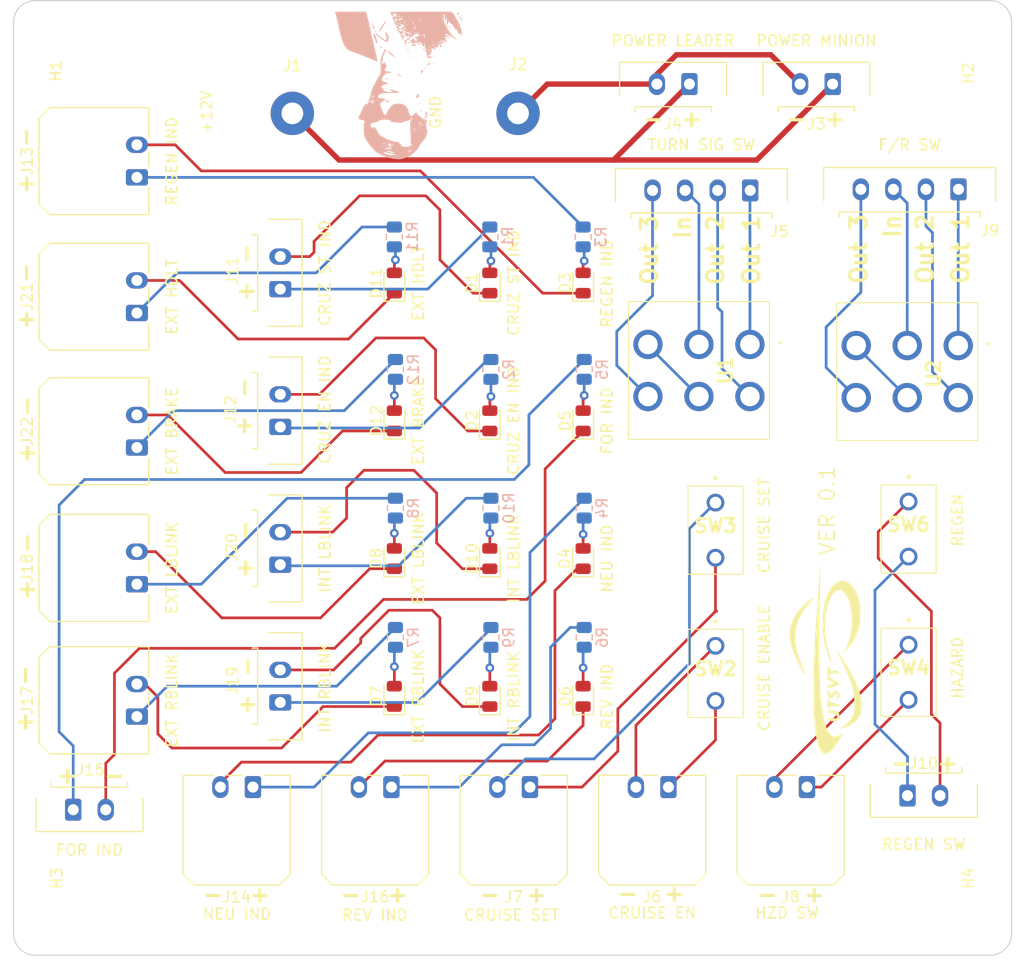
<source format=kicad_pcb>
(kicad_pcb (version 20211014) (generator pcbnew)
  (layers (0 "F.Cu" signal) (31 "B.Cu" signal) (34 "B.Paste" user) (35 "F.Paste" user) (36 "B.SilkS" user "B.Silkscreen") (37 "F.SilkS" user "F.Silkscreen") (38 "B.Mask" user) (39 "F.Mask" user) (44 "Edge.Cuts" user))
  (net 0 "")
  (net 1 "Net-(D1-Pad1)")
  (net 2 "Net-(D1-Pad2)")
  (net 3 "Net-(D2-Pad1)")
  (net 4 "Net-(D2-Pad2)")
  (net 5 "Net-(D3-Pad1)")
  (net 6 "Net-(D3-Pad2)")
  (net 7 "Net-(D4-Pad1)")
  (net 8 "Net-(D4-Pad2)")
  (net 9 "Net-(D5-Pad1)")
  (net 10 "Net-(D5-Pad2)")
  (net 11 "Net-(D6-Pad1)")
  (net 12 "Net-(D6-Pad2)")
  (net 13 "Net-(D7-Pad1)")
  (net 14 "Net-(D7-Pad2)")
  (net 15 "Net-(D8-Pad1)")
  (net 16 "Net-(D8-Pad2)")
  (net 17 "Net-(D9-Pad1)")
  (net 18 "Net-(D9-Pad2)")
  (net 19 "Net-(D10-Pad1)")
  (net 20 "Net-(D10-Pad2)")
  (net 21 "Net-(D11-Pad1)")
  (net 22 "Net-(D11-Pad2)")
  (net 23 "Net-(D12-Pad1)")
  (net 24 "Net-(D12-Pad2)")
  (net 25 "Net-(J1-Pad1)")
  (net 26 "Net-(J2-Pad1)")
  (net 27 "Net-(J5-Pad1)")
  (net 28 "Net-(J5-Pad2)")
  (net 29 "Net-(J5-Pad3)")
  (net 30 "Net-(J5-Pad4)")
  (net 31 "Net-(J6-Pad1)")
  (net 32 "Net-(J6-Pad2)")
  (net 33 "Net-(J7-Pad1)")
  (net 34 "Net-(J7-Pad2)")
  (net 35 "Net-(J8-Pad1)")
  (net 36 "Net-(J8-Pad2)")
  (net 37 "Net-(J9-Pad1)")
  (net 38 "Net-(J9-Pad2)")
  (net 39 "Net-(J9-Pad3)")
  (net 40 "Net-(J9-Pad4)")
  (net 41 "Net-(J10-Pad1)")
  (net 42 "Net-(J10-Pad2)")
  (net 43 "Net-(J11-Pad1)")
  (net 44 "Net-(J12-Pad1)")
  (net 45 "Net-(J13-Pad1)")
  (net 46 "Net-(J14-Pad1)")
  (net 47 "Net-(J15-Pad1)")
  (net 48 "Net-(J16-Pad1)")
  (net 49 "Net-(J17-Pad1)")
  (net 50 "Net-(J18-Pad1)")
  (net 51 "Net-(J19-Pad1)")
  (net 52 "Net-(J20-Pad1)")
  (net 53 "Net-(J21-Pad1)")
  (net 54 "Net-(J22-Pad1)")
  (net 55 "Net-(U1-Pad3)")
  (net 56 "Net-(U2-Pad3)")
  (footprint "Connector_Molex:Molex_Micro-Fit_3.0_43650-0200_1x02_P3.00mm_Horizontal" (layer "F.Cu") (at 110.93667 87.03 90)
    (fp_text reference "J21")
    (fp_text value "EXT HDLT")
  )
  (footprint "UTSVT_Special:UTSVT_Logo_Symbol" (layer "F.Cu") (at 174.56667 119.23 90)
    (fp_text reference "LOGO1" hide)
    (fp_text value "Logo_Placeholder" hide)
  )
  (footprint "Connector_Molex:Molex_Micro-Fit_3.0_43650-0215_1x02_P3.00mm_Vertical" (layer "F.Cu") (at 124.15167 110.23 90)
    (fp_text reference "J20")
    (fp_text value "INT LBLINK")
  )
  (footprint "LED_SMD:LED_0805_2012Metric" (layer "F.Cu") (at 134.66667 96.9675 90)
    (fp_text reference "D12")
    (fp_text value "EXT BRAKE")
  )
  (footprint "MountingHole:MountingHole_3mm" (layer "F.Cu") (at 103.46667 62.03)
    (fp_text reference "H1")
    (fp_text value "MountingHole")
  )
  (footprint "Connector_Molex:Molex_Micro-Fit_3.0_43650-0415_1x04_P3.00mm_Vertical" (layer "F.Cu") (at 167.46667 75.73 180)
    (fp_text reference "J5")
    (fp_text value "TURN SIG SW")
  )
  (footprint "UTSVT_Special:2MS6T1B3M2QES" (layer "F.Cu") (at 182.06667 117.6075 180)
    (fp_text reference "SW4")
    (fp_text value "SW_SPST" hide)
  )
  (footprint "LED_SMD:LED_0805_2012Metric" (layer "F.Cu") (at 152.06667 122.3675 90)
    (fp_text reference "D6")
    (fp_text value "REV IND")
  )
  (footprint "Connector_Molex:Molex_Micro-Fit_3.0_43650-0200_1x02_P3.00mm_Horizontal" (layer "F.Cu") (at 159.933334 130.73 180)
    (fp_text reference "J6")
    (fp_text value "CRUISE EN")
  )
  (footprint "Connector_Molex:Molex_Micro-Fit_3.0_43650-0215_1x02_P3.00mm_Vertical" (layer "F.Cu") (at 161.86667 65.93 180)
    (fp_text reference "J4")
    (fp_text value "POWER LEADER")
  )
  (footprint "Connector_Molex:Molex_Micro-Fit_3.0_43650-0215_1x02_P3.00mm_Vertical" (layer "F.Cu") (at 124.15167 122.93 90)
    (fp_text reference "J19")
    (fp_text value "INT RBLINK")
  )
  (footprint "Connector_Molex:Molex_Micro-Fit_3.0_43650-0200_1x02_P3.00mm_Horizontal" (layer "F.Cu") (at 110.93667 99.43 90)
    (fp_text reference "J22")
    (fp_text value "EXT BRAKE")
  )
  (footprint "Connector_Molex:Molex_Micro-Fit_3.0_43650-0200_1x02_P3.00mm_Horizontal" (layer "F.Cu") (at 110.93667 74.53 90)
    (fp_text reference "J13")
    (fp_text value "REGEN IND")
  )
  (footprint "UTSVT_Special:M2024SS1W03BC" (layer "F.Cu") (at 167.44167 89.93 -90)
    (fp_text reference "U1")
    (fp_text value "SP3T" hide)
  )
  (footprint "MountingHole:MountingHole_3mm" (layer "F.Cu") (at 103.56667 142.23)
    (fp_text reference "H3")
    (fp_text value "MountingHole")
  )
  (footprint "LED_SMD:LED_0805_2012Metric" (layer "F.Cu") (at 134.66667 122.3675 90)
    (fp_text reference "D7")
    (fp_text value "EXT RBLINK")
  )
  (footprint "Connector_Molex:Molex_Micro-Fit_3.0_43650-0200_1x02_P3.00mm_Horizontal" (layer "F.Cu") (at 121.633336 130.73 180)
    (fp_text reference "J14")
    (fp_text value "NEU IND")
  )
  (footprint "LED_SMD:LED_0805_2012Metric" (layer "F.Cu") (at 143.46667 96.9675 90)
    (fp_text reference "D2")
    (fp_text value "CRUZ EN IND")
  )
  (footprint "Connector_Molex:Molex_Micro-Fit_3.0_43650-0215_1x02_P3.00mm_Vertical" (layer "F.Cu") (at 175.06667 65.93 180)
    (fp_text reference "J3")
    (fp_text value "POWER MINION")
  )
  (footprint "Connector_Molex:Molex_Micro-Fit_3.0_43650-0215_1x02_P3.00mm_Vertical" (layer "F.Cu") (at 124.15167 84.83 90)
    (fp_text reference "J11")
    (fp_text value "CRUZ ST IND")
  )
  (footprint "UTSVT_Connectors:Banana_Jack_1_Pin_4mm" (layer "F.Cu") (at 125.26667 68.63)
    (fp_text reference "J1")
    (fp_text value "+12V")
  )
  (footprint "Connector_Molex:Molex_Micro-Fit_3.0_43650-0200_1x02_P3.00mm_Horizontal" (layer "F.Cu") (at 172.7 130.73 180)
    (fp_text reference "J8")
    (fp_text value "HZD SW")
  )
  (footprint "LED_SMD:LED_0805_2012Metric" (layer "F.Cu") (at 152.06667 96.9675 90)
    (fp_text reference "D5")
    (fp_text value "FOR IND")
  )
  (footprint "UTSVT_Special:M2024SS1W03BC" (layer "F.Cu") (at 186.64167 90.03 -90)
    (fp_text reference "U2")
    (fp_text value "SP3T" hide)
  )
  (footprint "LED_SMD:LED_0805_2012Metric" (layer "F.Cu") (at 134.66667 109.6675 90)
    (fp_text reference "D8")
    (fp_text value "EXT LBLINK")
  )
  (footprint "LED_SMD:LED_0805_2012Metric" (layer "F.Cu") (at 152.06667 109.6675 90)
    (fp_text reference "D4")
    (fp_text value "NEU IND")
  )
  (footprint "LED_SMD:LED_0805_2012Metric" (layer "F.Cu") (at 143.46667 122.3675 90)
    (fp_text reference "D9")
    (fp_text value "INT RBLINK")
  )
  (footprint "LED_SMD:LED_0805_2012Metric" (layer "F.Cu") (at 143.46667 109.6675 90)
    (fp_text reference "D10")
    (fp_text value "INT LBLINK")
  )
  (footprint "MountingHole:MountingHole_3mm" (layer "F.Cu") (at 187.56667 142.23)
    (fp_text reference "H4")
    (fp_text value "MountingHole")
  )
  (footprint "Connector_Molex:Molex_Micro-Fit_3.0_43650-0415_1x04_P3.00mm_Vertical" (layer "F.Cu") (at 186.66667 75.63 180)
    (fp_text reference "J9")
    (fp_text value "F/R SW")
  )
  (footprint "Connector_Molex:Molex_Micro-Fit_3.0_43650-0215_1x02_P3.00mm_Vertical" (layer "F.Cu") (at 181.96667 131.515)
    (fp_text reference "J10")
    (fp_text value "REGEN SW")
  )
  (footprint "Connector_Molex:Molex_Micro-Fit_3.0_43650-0215_1x02_P3.00mm_Vertical" (layer "F.Cu") (at 105.06667 132.815)
    (fp_text reference "J15")
    (fp_text value "FOR IND")
  )
  (footprint "UTSVT_Special:2MS6T1B3M2QES" (layer "F.Cu") (at 164.26667 104.5075 180)
    (fp_text reference "SW3")
    (fp_text value "SW_SPST" hide)
  )
  (footprint "UTSVT_Connectors:Banana_Jack_1_Pin_4mm" (layer "F.Cu") (at 146.06667 68.63)
    (fp_text reference "J2")
    (fp_text value "GND")
  )
  (footprint "Connector_Molex:Molex_Micro-Fit_3.0_43650-0200_1x02_P3.00mm_Horizontal" (layer "F.Cu") (at 110.93667 124.23 90)
    (fp_text reference "J17")
    (fp_text value "EXT RBLINK")
  )
  (footprint "Connector_Molex:Molex_Micro-Fit_3.0_43650-0200_1x02_P3.00mm_Horizontal" (layer "F.Cu") (at 134.400002 130.73 180)
    (fp_text reference "J16")
    (fp_text value "REV IND")
  )
  (footprint "LED_SMD:LED_0805_2012Metric" (layer "F.Cu") (at 143.46667 84.2675 90)
    (fp_text reference "D1")
    (fp_text value "CRUZ ST IND")
  )
  (footprint "Connector_Molex:Molex_Micro-Fit_3.0_43650-0200_1x02_P3.00mm_Horizontal" (layer "F.Cu") (at 110.93667 112.03 90)
    (fp_text reference "J18")
    (fp_text value "EXT LBLINK")
  )
  (footprint "UTSVT_Special:2MS6T1B3M2QES" (layer "F.Cu") (at 182.06667 104.4075 180)
    (fp_text reference "SW6")
    (fp_text value "SW_SPST" hide)
  )
  (footprint "LED_SMD:LED_0805_2012Metric" (layer "F.Cu") (at 152.06667 84.2675 90)
    (fp_text reference "D3")
    (fp_text value "REGEN IND")
  )
  (footprint "LED_SMD:LED_0805_2012Metric" (layer "F.Cu") (at 134.66667 84.2675 90)
    (fp_text reference "D11")
    (fp_text value "EXT HDLT")
  )
  (footprint "Connector_Molex:Molex_Micro-Fit_3.0_43650-0215_1x02_P3.00mm_Vertical" (layer "F.Cu") (at 124.15167 97.53 90)
    (fp_text reference "J12")
    (fp_text value "CRUZ EN IND")
  )
  (footprint "Connector_Molex:Molex_Micro-Fit_3.0_43650-0200_1x02_P3.00mm_Horizontal" (layer "F.Cu") (at 147.166668 130.73 180)
    (fp_text reference "J7")
    (fp_text value "CRUISE SET")
  )
  (footprint "MountingHole:MountingHole_3mm" (layer "F.Cu") (at 187.56667 62.23)
    (fp_text reference "H2")
    (fp_text value "MountingHole")
  )
  (footprint "UTSVT_Special:2MS6T1B3M2QES" (layer "F.Cu") (at 164.26667 117.7075 180)
    (fp_text reference "SW2")
    (fp_text value "SW_SPST" hide)
  )
  (footprint "Resistor_SMD:R_0805_2012Metric" (layer "B.Cu") (at 134.76667 92.23 90)
    (fp_text reference "R12")
    (fp_text value "4.7k")
  )
  (footprint "Resistor_SMD:R_0805_2012Metric" (layer "B.Cu") (at 134.76667 116.93 90)
    (fp_text reference "R7")
    (fp_text value "4.7k")
  )
  (footprint "Resistor_SMD:R_0805_2012Metric" (layer "B.Cu") (at 152.16667 116.93 90)
    (fp_text reference "R6")
    (fp_text value "330")
  )
  (footprint "Resistor_SMD:R_0805_2012Metric" (layer "B.Cu") (at 134.76667 105.0175 90)
    (fp_text reference "R8")
    (fp_text value "4.7k")
  )
  (footprint "Resistor_SMD:R_0805_2012Metric" (layer "B.Cu") (at 152.16667 105.0175 90)
    (fp_text reference "R4")
    (fp_text value "330")
  )
  (footprint "Resistor_SMD:R_0805_2012Metric" (layer "B.Cu") (at 134.66667 80.0175 90)
    (fp_text reference "R11")
    (fp_text value "4.7k")
  )
  (footprint "Resistor_SMD:R_0805_2012Metric" (layer "B.Cu") (at 143.56667 92.23 90)
    (fp_text reference "R2")
    (fp_text value "330")
  )
  (footprint "UTSVT_Special:Hallock_Image_Tiny" (layer "B.Cu") (at 134.56667 66.23)
    (fp_text reference "LOGO2" hide)
    (fp_text value "Logo_Placeholder" hide)
  )
  (footprint "Resistor_SMD:R_0805_2012Metric" (layer "B.Cu") (at 143.56667 116.93 90)
    (fp_text reference "R9")
    (fp_text value "4.7k")
  )
  (footprint "Resistor_SMD:R_0805_2012Metric" (layer "B.Cu") (at 152.06667 80.0175 90)
    (fp_text reference "R3")
    (fp_text value "330")
  )
  (footprint "Resistor_SMD:R_0805_2012Metric" (layer "B.Cu") (at 143.56667 105.0175 90)
    (fp_text reference "R10")
    (fp_text value "4.7k")
  )
  (footprint "Resistor_SMD:R_0805_2012Metric" (layer "B.Cu") (at 143.46667 80.0175 90)
    (fp_text reference "R1")
    (fp_text value "330")
  )
  (footprint "Resistor_SMD:R_0805_2012Metric" (layer "B.Cu") (at 152.16667 92.23 90)
    (fp_text reference "R5")
    (fp_text value "330")
  )
  (gr_line (start 99.56667 144.23) (end 99.56667 60.23) (layer "Edge.Cuts") (width 0.1))
  (gr_line (start 189.56667 146.23) (end 101.56667 146.23) (layer "Edge.Cuts") (width 0.1))
  (gr_arc (start 99.56667 60.23) (mid 100.152456 58.815786) (end 101.56667 58.23) (layer "Edge.Cuts") (width 0.1))
  (gr_arc (start 101.56667 146.23) (mid 100.152456 145.644214) (end 99.56667 144.23) (layer "Edge.Cuts") (width 0.1))
  (gr_line (start 101.56667 58.23) (end 189.56667 58.23) (layer "Edge.Cuts") (width 0.1))
  (gr_arc (start 189.56667 58.23) (mid 190.980884 58.815786) (end 191.56667 60.23) (layer "Edge.Cuts") (width 0.1))
  (gr_line (start 191.56667 60.23) (end 191.56667 144.23) (layer "Edge.Cuts") (width 0.1))
  (gr_arc (start 191.56667 144.23) (mid 190.980884 145.644214) (end 189.56667 146.23) (layer "Edge.Cuts") (width 0.1))
  (gr_text "Out 2" (at 183.56667 81.13 90) (layer "F.SilkS") (effects (font (size 1.5 1.5) (thickness 0.3))))
  (gr_text "-\n" (at 169.06667 140.83 180) (layer "F.SilkS") (effects (font (size 1.5 1.5) (thickness 0.3))))
  (gr_text "-\n" (at 100.66667 70.83 90) (layer "F.SilkS") (effects (font (size 1.5 1.5) (thickness 0.3))))
  (gr_text "VER 0.1" (at 174.56667 105.23 90) (layer "F.SilkS") (effects (font (size 1.4 1.4))))
  (gr_text "-\n" (at 108.86667 129.63) (layer "F.SilkS") (effects (font (size 1.5 1.5) (thickness 0.3))))
  (gr_text "Out 3" (at 177.46667 81.13 90) (layer "F.SilkS") (effects (font (size 1.5 1.5) (thickness 0.3))))
  (gr_text "-\n" (at 158.56667 69.33 180) (layer "F.SilkS") (effects (font (size 1.5 1.5) (thickness 0.3))))
  (gr_text "-\n" (at 171.76667 69.33 180) (layer "F.SilkS") (effects (font (size 1.5 1.5) (thickness 0.3))))
  (gr_text "-\n" (at 100.56667 120.43 90) (layer "F.SilkS") (effects (font (size 1.5 1.5) (thickness 0.3))))
  (gr_text "CRUISE SET\n" (at 168.76667 106.63 90) (layer "F.SilkS") (effects (font (size 1 1))))
  (gr_text "+" (at 134.86667 140.73 90) (layer "F.SilkS") (effects (font (size 1.5 1.5) (thickness 0.3))))
  (gr_text "+" (at 100.86667 99.83) (layer "F.SilkS") (effects (font (size 1.5 1.5) (thickness 0.3))))
  (gr_text "-\n" (at 120.86667 107.03 90) (layer "F.SilkS") (effects (font (size 1.5 1.5) (thickness 0.3))))
  (gr_text "+" (at 100.86667 112.43) (layer "F.SilkS") (effects (font (size 1.5 1.5) (thickness 0.3))))
  (gr_text "CRUISE ENABLE\n" (at 168.76667 119.73 90) (layer "F.SilkS") (effects (font (size 1 1))))
  (gr_text "In" (at 180.56667 79.03 90) (layer "F.SilkS") (effects (font (size 1.5 1.5) (thickness 0.3))))
  (gr_text "+" (at 100.76667 75.03) (layer "F.SilkS") (effects (font (size 1.5 1.5) (thickness 0.3))))
  (gr_text "-\n" (at 181.36667 128.715 180) (layer "F.SilkS") (effects (font (size 1.5 1.5) (thickness 0.3))))
  (gr_text "+" (at 121.06667 84.93) (layer "F.SilkS") (effects (font (size 1.5 1.5) (thickness 0.3))))
  (gr_text "-\n" (at 130.66667 140.83 180) (layer "F.SilkS") (effects (font (size 1.5 1.5) (thickness 0.3))))
  (gr_text "-\n" (at 143.46667 140.83 180) (layer "F.SilkS") (effects (font (size 1.5 1.5) (thickness 0.3))))
  (gr_text "REGEN" (at 186.56667 106.13 90) (layer "F.SilkS") (effects (font (size 1 1))))
  (gr_text "+" (at 104.66667 129.73 270) (layer "F.SilkS") (effects (font (size 1.5 1.5) (thickness 0.3))))
  (gr_text "+" (at 100.76667 87.53) (layer "F.SilkS") (effects (font (size 1.5 1.5) (thickness 0.3))))
  (gr_text "-\n" (at 156.16667 140.73 180) (layer "F.SilkS") (effects (font (size 1.5 1.5) (thickness 0.3))))
  (gr_text "Out 2" (at 164.26667 81.23 90) (layer "F.SilkS") (effects (font (size 1.5 1.5) (thickness 0.3))))
  (gr_text "+" (at 185.56667 128.615 90) (layer "F.SilkS") (effects (font (size 1.5 1.5) (thickness 0.3))))
  (gr_text "+" (at 175.16667 69.23 90) (layer "F.SilkS") (effects (font (size 1.5 1.5) (thickness 0.3))))
  (gr_text "+" (at 147.66667 140.73 90) (layer "F.SilkS") (effects (font (size 1.5 1.5) (thickness 0.3))))
  (gr_text "In" (at 161.26667 79.13 90) (layer "F.SilkS") (effects (font (size 1.5 1.5) (thickness 0.3))))
  (gr_text "-\n" (at 121.06667 119.63 90) (layer "F.SilkS") (effects (font (size 1.5 1.5) (thickness 0.3))))
  (gr_text "Out 3" (at 158.16667 81.23 90) (layer "F.SilkS") (effects (font (size 1.5 1.5) (thickness 0.3))))
  (gr_text "+" (at 122.16667 140.73 90) (layer "F.SilkS") (effects (font (size 1.5 1.5) (thickness 0.3))))
  (gr_text "+" (at 100.66667 124.63) (layer "F.SilkS") (effects (font (size 1.5 1.5) (thickness 0.3))))
  (gr_text "Out 1" (at 186.86667 81.13 90) (layer "F.SilkS") (effects (font (size 1.5 1.5) (thickness 0.3))))
  (gr_text "-\n" (at 100.76667 95.63 90) (layer "F.SilkS") (effects (font (size 1.5 1.5) (thickness 0.3))))
  (gr_text "+" (at 121.16667 123.03) (layer "F.SilkS") (effects (font (size 1.5 1.5) (thickness 0.3))))
  (gr_text "+" (at 173.26667 140.73 90) (layer "F.SilkS") (effects (font (size 1.5 1.5) (thickness 0.3))))
  (gr_text "-\n" (at 117.96667 140.83 180) (layer "F.SilkS") (effects (font (size 1.5 1.5) (thickness 0.3))))
  (gr_text "Out 1" (at 167.56667 81.23 90) (layer "F.SilkS") (effects (font (size 1.5 1.5) (thickness 0.3))))
  (gr_text "+" (at 120.96667 110.43) (layer "F.SilkS") (effects (font (size 1.5 1.5) (thickness 0.3))))
  (gr_text "-\n" (at 100.66667 83.33 90) (layer "F.SilkS") (effects (font (size 1.5 1.5) (thickness 0.3))))
  (gr_text "-\n" (at 120.76667 93.93 90) (layer "F.SilkS") (effects (font (size 1.5 1.5) (thickness 0.3))))
  (gr_text "+" (at 120.86667 97.33) (layer "F.SilkS") (effects (font (size 1.5 1.5) (thickness 0.3))))
  (gr_text "+" (at 161.96667 69.23 90) (layer "F.SilkS") (effects (font (size 1.5 1.5) (thickness 0.3))))
  (gr_text "-\n" (at 100.76667 108.23 90) (layer "F.SilkS") (effects (font (size 1.5 1.5) (thickness 0.3))))
  (gr_text "HAZARD" (at 186.56667 119.73 90) (layer "F.SilkS") (effects (font (size 1 1))))
  (gr_text "-\n" (at 120.96667 81.53 90) (layer "F.SilkS") (effects (font (size 1.5 1.5) (thickness 0.3))))
  (gr_text "+" (at 160.36667 140.63 90) (layer "F.SilkS") (effects (font (size 1.5 1.5) (thickness 0.3))))
  (segment (start 127.26667 80.43) (end 127.26667 81.43) (width 0.25) (layer "F.Cu") (net 1))
  (segment (start 138.86667 77.53) (end 137.56667 76.23) (width 0.25) (layer "F.Cu") (net 1))
  (segment (start 126.86667 81.83) (end 124.15167 81.83) (width 0.25) (layer "F.Cu") (net 1))
  (segment (start 141.94167 85.205) (end 138.86667 82.13) (width 0.25) (layer "F.Cu") (net 1))
  (segment (start 143.46667 85.205) (end 141.94167 85.205) (width 0.25) (layer "F.Cu") (net 1))
  (segment (start 131.46667 76.23) (end 127.26667 80.43) (width 0.25) (layer "F.Cu") (net 1))
  (segment (start 127.26667 81.43) (end 126.86667 81.83) (width 0.25) (layer "F.Cu") (net 1))
  (segment (start 137.56667 76.23) (end 131.46667 76.23) (width 0.25) (layer "F.Cu") (net 1))
  (segment (start 138.86667 82.13) (end 138.86667 77.53) (width 0.25) (layer "F.Cu") (net 1))
  (segment (start 143.46667 82.33) (end 143.56667 82.23) (width 0.25) (layer "F.Cu") (net 2))
  (segment (start 143.46667 83.33) (end 143.46667 82.33) (width 0.25) (layer "F.Cu") (net 2))
  (via (at 143.56667 82.23) (size 0.8) (drill 0.4) (layers "F.Cu" "B.Cu") (net 2))
  (segment (start 143.56667 82.23) (end 143.56667 81.03) (width 0.25) (layer "B.Cu") (net 2))
  (segment (start 143.56667 81.03) (end 143.46667 80.93) (width 0.25) (layer "B.Cu") (net 2))
  (segment (start 143.46667 97.905) (end 141.44167 97.905) (width 0.25) (layer "F.Cu") (net 3))
  (segment (start 137.36667 89.33) (end 132.96667 89.33) (width 0.25) (layer "F.Cu") (net 3))
  (segment (start 138.46667 90.43) (end 137.36667 89.33) (width 0.25) (layer "F.Cu") (net 3))
  (segment (start 141.44167 97.905) (end 138.46667 94.93) (width 0.25) (layer "F.Cu") (net 3))
  (segment (start 132.96667 89.33) (end 127.76667 94.53) (width 0.25) (layer "F.Cu") (net 3))
  (segment (start 138.46667 94.93) (end 138.46667 90.43) (width 0.25) (layer "F.Cu") (net 3))
  (segment (start 127.76667 94.53) (end 124.15167 94.53) (width 0.25) (layer "F.Cu") (net 3))
  (segment (start 143.46667 94.83) (end 143.56667 94.73) (width 0.25) (layer "F.Cu") (net 4))
  (segment (start 143.46667 96.03) (end 143.46667 94.83) (width 0.25) (layer "F.Cu") (net 4))
  (via (at 143.56667 94.73) (size 0.8) (drill 0.4) (layers "F.Cu" "B.Cu") (net 4))
  (segment (start 143.56667 94.73) (end 143.56667 93.1425) (width 0.25) (layer "B.Cu") (net 4))
  (segment (start 148.34167 85.205) (end 137.06667 73.93) (width 0.25) (layer "F.Cu") (net 5))
  (segment (start 137.06667 73.93) (end 116.86667 73.93) (width 0.25) (layer "F.Cu") (net 5))
  (segment (start 152.06667 85.205) (end 148.34167 85.205) (width 0.25) (layer "F.Cu") (net 5))
  (segment (start 114.46667 71.53) (end 110.93667 71.53) (width 0.25) (layer "F.Cu") (net 5))
  (segment (start 116.86667 73.93) (end 114.46667 71.53) (width 0.25) (layer "F.Cu") (net 5))
  (segment (start 152.06667 82.33) (end 152.16667 82.23) (width 0.25) (layer "F.Cu") (net 6))
  (segment (start 152.06667 83.33) (end 152.06667 82.33) (width 0.25) (layer "F.Cu") (net 6))
  (via (at 152.16667 82.23) (size 0.8) (drill 0.4) (layers "F.Cu" "B.Cu") (net 6))
  (segment (start 152.16667 81.03) (end 152.06667 80.93) (width 0.25) (layer "B.Cu") (net 6))
  (segment (start 152.16667 82.23) (end 152.16667 81.03) (width 0.25) (layer "B.Cu") (net 6))
  (segment (start 118.633336 130.73) (end 118.633336 130.363334) (width 0.25) (layer "F.Cu") (net 7))
  (segment (start 149.46667 112.63) (end 151.49167 110.605) (width 0.25) (layer "F.Cu") (net 7))
  (segment (start 147.96667 125.93) (end 149.46667 124.43) (width 0.25) (layer "F.Cu") (net 7))
  (segment (start 120.56667 128.43) (end 130.66667 128.43) (width 0.25) (layer "F.Cu") (net 7))
  (segment (start 149.46667 124.43) (end 149.46667 112.63) (width 0.25) (layer "F.Cu") (net 7))
  (segment (start 118.633336 130.363334) (end 120.56667 128.43) (width 0.25) (layer "F.Cu") (net 7))
  (segment (start 151.49167 110.605) (end 152.06667 110.605) (width 0.25) (layer "F.Cu") (net 7))
  (segment (start 130.66667 128.43) (end 133.16667 125.93) (width 0.25) (layer "F.Cu") (net 7))
  (segment (start 133.16667 125.93) (end 147.96667 125.93) (width 0.25) (layer "F.Cu") (net 7))
  (segment (start 152.06667 108.73) (end 152.06667 107.43) (width 0.25) (layer "F.Cu") (net 8))
  (via (at 152.06667 107.43) (size 0.8) (drill 0.4) (layers "F.Cu" "B.Cu") (net 8))
  (segment (start 152.06667 107.43) (end 152.06667 106.03) (width 0.25) (layer "B.Cu") (net 8))
  (segment (start 152.06667 106.03) (end 152.16667 105.93) (width 0.25) (layer "B.Cu") (net 8))
  (segment (start 111.156669 117.940001) (end 129.156669 117.940001) (width 0.25) (layer "F.Cu") (net 9))
  (segment (start 146.86667 113.43) (end 148.56667 111.73) (width 0.25) (layer "F.Cu") (net 9))
  (segment (start 108.06667 128.53) (end 108.06667 132.815) (width 0.25) (layer "F.Cu") (net 9))
  (segment (start 148.56667 111.73) (end 148.56667 101.405) (width 0.25) (layer "F.Cu") (net 9))
  (segment (start 129.156669 117.940001) (end 133.66667 113.43) (width 0.25) (layer "F.Cu") (net 9))
  (segment (start 108.86667 120.23) (end 111.156669 117.940001) (width 0.25) (layer "F.Cu") (net 9))
  (segment (start 133.66667 113.43) (end 146.86667 113.43) (width 0.25) (layer "F.Cu") (net 9))
  (segment (start 148.56667 101.405) (end 152.06667 97.905) (width 0.25) (layer "F.Cu") (net 9))
  (segment (start 108.86667 127.73) (end 108.86667 120.23) (width 0.25) (layer "F.Cu") (net 9))
  (segment (start 108.86667 127.73) (end 108.06667 128.53) (width 0.25) (layer "F.Cu") (net 9))
  (segment (start 152.06667 94.73) (end 152.16667 94.63) (width 0.25) (layer "F.Cu") (net 10))
  (segment (start 152.06667 96.03) (end 152.06667 94.73) (width 0.25) (layer "F.Cu") (net 10))
  (via (at 152.16667 94.63) (size 0.8) (drill 0.4) (layers "F.Cu" "B.Cu") (net 10))
  (segment (start 152.16667 94.63) (end 152.16667 93.1425) (width 0.25) (layer "B.Cu") (net 10))
  (segment (start 148.76667 128.33) (end 152.06667 125.03) (width 0.25) (layer "F.Cu") (net 11))
  (segment (start 131.400002 130.73) (end 133.800002 128.33) (width 0.25) (layer "F.Cu") (net 11))
  (segment (start 133.800002 128.33) (end 148.76667 128.33) (width 0.25) (layer "F.Cu") (net 11))
  (segment (start 152.06667 125.03) (end 152.06667 123.305) (width 0.25) (layer "F.Cu") (net 11))
  (segment (start 152.06667 121.43) (end 152.06667 119.73) (width 0.25) (layer "F.Cu") (net 12))
  (via (at 152.06667 119.73) (size 0.8) (drill 0.4) (layers "F.Cu" "B.Cu") (net 12))
  (segment (start 152.06667 119.73) (end 152.06667 117.9425) (width 0.25) (layer "B.Cu") (net 12))
  (segment (start 152.06667 117.9425) (end 152.16667 117.8425) (width 0.25) (layer "B.Cu") (net 12))
  (segment (start 114.16667 127.13) (end 112.86667 125.83) (width 0.25) (layer "F.Cu") (net 13))
  (segment (start 111.66667 121.23) (end 110.93667 121.23) (width 0.25) (layer "F.Cu") (net 13))
  (segment (start 128.09167 123.305) (end 124.26667 127.13) (width 0.25) (layer "F.Cu") (net 13))
  (segment (start 112.86667 122.43) (end 111.66667 121.23) (width 0.25) (layer "F.Cu") (net 13))
  (segment (start 134.66667 123.305) (end 128.09167 123.305) (width 0.25) (layer "F.Cu") (net 13))
  (segment (start 124.26667 127.13) (end 114.16667 127.13) (width 0.25) (layer "F.Cu") (net 13))
  (segment (start 112.86667 125.83) (end 112.86667 122.43) (width 0.25) (layer "F.Cu") (net 13))
  (segment (start 134.66667 121.43) (end 134.66667 119.63) (width 0.25) (layer "F.Cu") (net 14))
  (via (at 134.66667 119.63) (size 0.8) (drill 0.4) (layers "F.Cu" "B.Cu") (net 14))
  (segment (start 134.66667 119.63) (end 134.66667 117.9425) (width 0.25) (layer "B.Cu") (net 14))
  (segment (start 134.66667 117.9425) (end 134.76667 117.8425) (width 0.25) (layer "B.Cu") (net 14))
  (segment (start 134.66667 110.605) (end 132.39167 110.605) (width 0.25) (layer "F.Cu") (net 15))
  (segment (start 112.66667 109.03) (end 110.93667 109.03) (width 0.25) (layer "F.Cu") (net 15))
  (segment (start 118.76667 115.13) (end 112.66667 109.03) (width 0.25) (layer "F.Cu") (net 15))
  (segment (start 127.86667 115.13) (end 118.76667 115.13) (width 0.25) (layer "F.Cu") (net 15))
  (segment (start 132.39167 110.605) (end 127.86667 115.13) (width 0.25) (layer "F.Cu") (net 15))
  (segment (start 134.66667 108.73) (end 134.66667 107.33) (width 0.25) (layer "F.Cu") (net 16))
  (via (at 134.66667 107.33) (size 0.8) (drill 0.4) (layers "F.Cu" "B.Cu") (net 16))
  (segment (start 134.66667 106.03) (end 134.76667 105.93) (width 0.25) (layer "B.Cu") (net 16))
  (segment (start 134.66667 107.33) (end 134.66667 106.03) (width 0.25) (layer "B.Cu") (net 16))
  (segment (start 129.06667 119.93) (end 124.15167 119.93) (width 0.25) (layer "F.Cu") (net 17))
  (segment (start 134.16667 114.43) (end 131.56667 117.03) (width 0.25) (layer "F.Cu") (net 17))
  (segment (start 131.56667 117.43) (end 129.06667 119.93) (width 0.25) (layer "F.Cu") (net 17))
  (segment (start 138.86667 121.23) (end 138.86667 115.13) (width 0.25) (layer "F.Cu") (net 17))
  (segment (start 140.94167 123.305) (end 138.86667 121.23) (width 0.25) (layer "F.Cu") (net 17))
  (segment (start 131.56667 117.03) (end 131.56667 117.43) (width 0.25) (layer "F.Cu") (net 17))
  (segment (start 138.16667 114.43) (end 134.16667 114.43) (width 0.25) (layer "F.Cu") (net 17))
  (segment (start 143.46667 123.305) (end 140.94167 123.305) (width 0.25) (layer "F.Cu") (net 17))
  (segment (start 138.86667 115.13) (end 138.16667 114.43) (width 0.25) (layer "F.Cu") (net 17))
  (segment (start 143.46667 121.43) (end 143.46667 119.73) (width 0.25) (layer "F.Cu") (net 18))
  (via (at 143.46667 119.73) (size 0.8) (drill 0.4) (layers "F.Cu" "B.Cu") (net 18))
  (segment (start 143.46667 117.9425) (end 143.56667 117.8425) (width 0.25) (layer "B.Cu") (net 18))
  (segment (start 143.46667 119.73) (end 143.46667 117.9425) (width 0.25) (layer "B.Cu") (net 18))
  (segment (start 130.26667 103.13) (end 130.26667 105.93) (width 0.25) (layer "F.Cu") (net 19))
  (segment (start 138.56667 103.63) (end 136.46667 101.53) (width 0.25) (layer "F.Cu") (net 19))
  (segment (start 136.46667 101.53) (end 131.86667 101.53) (width 0.25) (layer "F.Cu") (net 19))
  (segment (start 131.86667 101.53) (end 130.26667 103.13) (width 0.25) (layer "F.Cu") (net 19))
  (segment (start 128.96667 107.23) (end 124.15167 107.23) (width 0.25) (layer "F.Cu") (net 19))
  (segment (start 138.56667 108.23) (end 138.56667 103.63) (width 0.25) (layer "F.Cu") (net 19))
  (segment (start 130.26667 105.93) (end 128.96667 107.23) (width 0.25) (layer "F.Cu") (net 19))
  (segment (start 143.46667 110.605) (end 140.94167 110.605) (width 0.25) (layer "F.Cu") (net 19))
  (segment (start 140.94167 110.605) (end 138.56667 108.23) (width 0.25) (layer "F.Cu") (net 19))
  (segment (start 143.46667 108.73) (end 143.46667 107.33) (width 0.25) (layer "F.Cu") (net 20))
  (via (at 143.46667 107.33) (size 0.8) (drill 0.4) (layers "F.Cu" "B.Cu") (net 20))
  (segment (start 143.46667 107.33) (end 143.46667 106.03) (width 0.25) (layer "B.Cu") (net 20))
  (segment (start 143.46667 106.03) (end 143.56667 105.93) (width 0.25) (layer "B.Cu") (net 20))
  (segment (start 134.66667 85.205) (end 130.44167 89.43) (width 0.25) (layer "F.Cu") (net 21))
  (segment (start 114.86667 84.03) (end 110.93667 84.03) (width 0.25) (layer "F.Cu") (net 21))
  (segment (start 120.26667 89.43) (end 114.86667 84.03) (width 0.25) (layer "F.Cu") (net 21))
  (segment (start 130.44167 89.43) (end 120.26667 89.43) (width 0.25) (layer "F.Cu") (net 21))
  (segment (start 134.66667 82.23) (end 134.76667 82.13) (width 0.25) (layer "F.Cu") (net 22))
  (segment (start 134.66667 83.33) (end 134.66667 82.23) (width 0.25) (layer "F.Cu") (net 22))
  (via (at 134.76667 82.13) (size 0.8) (drill 0.4) (layers "F.Cu" "B.Cu") (net 22))
  (segment (start 134.76667 81.03) (end 134.66667 80.93) (width 0.25) (layer "B.Cu") (net 22))
  (segment (start 134.76667 82.13) (end 134.76667 81.03) (width 0.25) (layer "B.Cu") (net 22))
  (segment (start 126.06667 101.73) (end 119.06667 101.73) (width 0.25) (layer "F.Cu") (net 23))
  (segment (start 119.06667 101.73) (end 113.76667 96.43) (width 0.25) (layer "F.Cu") (net 23))
  (segment (start 134.66667 97.905) (end 129.89167 97.905) (width 0.25) (layer "F.Cu") (net 23))
  (segment (start 129.89167 97.905) (end 126.06667 101.73) (width 0.25) (layer "F.Cu") (net 23))
  (segment (start 113.76667 96.43) (end 110.93667 96.43) (width 0.25) (layer "F.Cu") (net 23))
  (segment (start 134.66667 96.03) (end 134.66667 94.63) (width 0.25) (layer "F.Cu") (net 24))
  (via (at 134.66667 94.63) (size 0.8) (drill 0.4) (layers "F.Cu" "B.Cu") (net 24))
  (segment (start 134.66667 93.2425) (end 134.76667 93.1425) (width 0.25) (layer "B.Cu") (net 24))
  (segment (start 134.66667 94.63) (end 134.66667 93.2425) (width 0.25) (layer "B.Cu") (net 24))
  (segment (start 168.06667 72.93) (end 154.86667 72.93) (width 0.5) (layer "F.Cu") (net 25))
  (segment (start 161.86667 65.93) (end 154.86667 72.93) (width 0.5) (layer "F.Cu") (net 25))
  (segment (start 129.56667 72.93) (end 125.26667 68.63) (width 0.5) (layer "F.Cu") (net 25))
  (segment (start 154.86667 72.93) (end 129.56667 72.93) (width 0.5) (layer "F.Cu") (net 25))
  (segment (start 175.06667 65.93) (end 168.06667 72.93) (width 0.5) (layer "F.Cu") (net 25))
  (segment (start 158.86667 65.93) (end 148.76667 65.93) (width 0.5) (layer "F.Cu") (net 26))
  (segment (start 160.66667 63.23) (end 158.86667 65.03) (width 0.5) (layer "F.Cu") (net 26))
  (segment (start 148.76667 65.93) (end 146.06667 68.63) (width 0.5) (layer "F.Cu") (net 26))
  (segment (start 169.36667 63.23) (end 160.66667 63.23) (width 0.5) (layer "F.Cu") (net 26))
  (segment (start 158.86667 65.03) (end 158.86667 65.93) (width 0.5) (layer "F.Cu") (net 26))
  (segment (start 172.06667 65.93) (end 169.36667 63.23) (width 0.5) (layer "F.Cu") (net 26))
  (segment (start 167.44167 75.755) (end 167.46667 75.73) (width 0.25) (layer "B.Cu") (net 27))
  (segment (start 167.44167 89.93) (end 167.44167 75.755) (width 0.25) (layer "B.Cu") (net 27))
  (segment (start 164.86667 92.155) (end 164.86667 86.93) (width 0.25) (layer "B.Cu") (net 28))
  (segment (start 167.44167 94.73) (end 164.86667 92.155) (width 0.25) (layer "B.Cu") (net 28))
  (segment (start 164.46667 86.53) (end 164.46667 75.73) (width 0.25) (layer "B.Cu") (net 28))
  (segment (start 164.86667 86.93) (end 164.46667 86.53) (width 0.25) (layer "B.Cu") (net 28))
  (segment (start 162.74167 89.93) (end 162.74167 77.005) (width 0.25) (layer "B.Cu") (net 29))
  (segment (start 162.74167 77.005) (end 161.46667 75.73) (width 0.25) (layer "B.Cu") (net 29))
  (segment (start 155.16667 91.855) (end 155.16667 88.73) (width 0.25) (layer "B.Cu") (net 30))
  (segment (start 158.46667 85.43) (end 158.46667 75.73) (width 0.25) (layer "B.Cu") (net 30))
  (segment (start 158.04167 94.73) (end 155.16667 91.855) (width 0.25) (layer "B.Cu") (net 30))
  (segment (start 155.16667 88.73) (end 158.46667 85.43) (width 0.25) (layer "B.Cu") (net 30))
  (segment (start 159.933334 130.73) (end 164.26667 126.396664) (width 0.25) (layer "F.Cu") (net 31))
  (segment (start 164.26667 126.396664) (end 164.26667 122.7875) (width 0.25) (layer "F.Cu") (net 31))
  (segment (start 156.933334 125.040836) (end 164.26667 117.7075) (width 0.25) (layer "F.Cu") (net 32))
  (segment (start 156.933334 130.73) (end 156.933334 125.040836) (width 0.25) (layer "F.Cu") (net 32))
  (segment (start 164.26667 114.53) (end 164.36667 114.53) (width 0.25) (layer "F.Cu") (net 33))
  (segment (start 155.26667 127.43) (end 155.26667 123.53) (width 0.25) (layer "F.Cu") (net 33))
  (segment (start 151.96667 130.73) (end 155.26667 127.43) (width 0.25) (layer "F.Cu") (net 33))
  (segment (start 147.166668 130.73) (end 151.96667 130.73) (width 0.25) (layer "F.Cu") (net 33))
  (segment (start 164.26667 114.43) (end 164.26667 109.5875) (width 0.25) (layer "F.Cu") (net 33))
  (segment (start 164.36667 114.53) (end 164.26667 114.43) (width 0.25) (layer "F.Cu") (net 33))
  (segment (start 155.26667 123.53) (end 164.26667 114.53) (width 0.25) (layer "F.Cu") (net 33))
  (segment (start 161.86667 106.9075) (end 164.26667 104.5075) (width 0.25) (layer "B.Cu") (net 34))
  (segment (start 144.166668 130.73) (end 146.766668 128.13) (width 0.25) (layer "B.Cu") (net 34))
  (segment (start 153.06667 128.13) (end 161.86667 119.33) (width 0.25) (layer "B.Cu") (net 34))
  (segment (start 161.86667 119.33) (end 161.86667 106.9075) (width 0.25) (layer "B.Cu") (net 34))
  (segment (start 146.766668 128.13) (end 153.06667 128.13) (width 0.25) (layer "B.Cu") (net 34))
  (segment (start 172.7 130.73) (end 174.02417 130.73) (width 0.25) (layer "F.Cu") (net 35))
  (segment (start 174.02417 130.73) (end 182.06667 122.6875) (width 0.25) (layer "F.Cu") (net 35))
  (segment (start 169.7 129.97417) (end 182.06667 117.6075) (width 0.25) (layer "F.Cu") (net 36))
  (segment (start 169.7 130.73) (end 169.7 129.97417) (width 0.25) (layer "F.Cu") (net 36))
  (segment (start 186.64167 75.655) (end 186.66667 75.63) (width 0.25) (layer "B.Cu") (net 37))
  (segment (start 186.64167 90.03) (end 186.64167 75.655) (width 0.25) (layer "B.Cu") (net 37))
  (segment (start 184.26667 92.455) (end 184.26667 79.63) (width 0.25) (layer "B.Cu") (net 38))
  (segment (start 183.66667 79.03) (end 183.66667 75.63) (width 0.25) (layer "B.Cu") (net 38))
  (segment (start 186.64167 94.83) (end 184.26667 92.455) (width 0.25) (layer "B.Cu") (net 38))
  (segment (start 184.26667 79.63) (end 183.66667 79.03) (width 0.25) (layer "B.Cu") (net 38))
  (segment (start 181.94167 76.905) (end 180.66667 75.63) (width 0.25) (layer "B.Cu") (net 39))
  (segment (start 181.94167 90.03) (end 181.94167 76.905) (width 0.25) (layer "B.Cu") (net 39))
  (segment (start 174.46667 88.33) (end 177.66667 85.13) (width 0.25) (layer "B.Cu") (net 40))
  (segment (start 174.46667 92.055) (end 174.46667 88.33) (width 0.25) (layer "B.Cu") (net 40))
  (segment (start 177.66667 85.13) (end 177.66667 75.63) (width 0.25) (layer "B.Cu") (net 40))
  (segment (start 177.24167 94.83) (end 174.46667 92.055) (width 0.25) (layer "B.Cu") (net 40))
  (segment (start 182.06667 109.4875) (end 178.96667 112.5875) (width 0.25) (layer "B.Cu") (net 41))
  (segment (start 178.96667 124.93) (end 181.96667 127.93) (width 0.25) (layer "B.Cu") (net 41))
  (segment (start 178.96667 112.5875) (end 178.96667 124.93) (width 0.25) (layer "B.Cu") (net 41))
  (segment (start 181.96667 127.93) (end 181.96667 131.515) (width 0.25) (layer "B.Cu") (net 41))
  (segment (start 184.16667 124.03) (end 184.96667 124.83) (width 0.25) (layer "F.Cu") (net 42))
  (segment (start 184.96667 124.83) (end 184.96667 131.515) (width 0.25) (layer "F.Cu") (net 42))
  (segment (start 179.26667 107.2075) (end 182.06667 104.4075) (width 0.25) (layer "F.Cu") (net 42))
  (segment (start 184.16667 114.53) (end 179.26667 109.63) (width 0.25) (layer "F.Cu") (net 42))
  (segment (start 184.16667 124.03) (end 184.16667 114.53) (width 0.25) (layer "F.Cu") (net 42))
  (segment (start 179.26667 109.63) (end 179.26667 107.2075) (width 0.25) (layer "F.Cu") (net 42))
  (segment (start 137.74167 84.83) (end 124.15167 84.83) (width 0.25) (layer "B.Cu") (net 43))
  (segment (start 143.46667 79.105) (end 137.74167 84.83) (width 0.25) (layer "B.Cu") (net 43))
  (segment (start 136.96667 97.63) (end 124.25167 97.63) (width 0.25) (layer "B.Cu") (net 44))
  (segment (start 124.25167 97.63) (end 124.15167 97.53) (width 0.25) (layer "B.Cu") (net 44))
  (segment (start 143.56667 91.3175) (end 143.27917 91.3175) (width 0.25) (layer "B.Cu") (net 44))
  (segment (start 143.27917 91.3175) (end 136.96667 97.63) (width 0.25) (layer "B.Cu") (net 44))
  (segment (start 152.06667 79.105) (end 147.49167 74.53) (width 0.25) (layer "B.Cu") (net 45))
  (segment (start 147.49167 74.53) (end 110.93667 74.53) (width 0.25) (layer "B.Cu") (net 45))
  (segment (start 147.16667 109.105) (end 147.16667 124.23) (width 0.25) (layer "B.Cu") (net 46))
  (segment (start 145.66667 125.73) (end 132.26667 125.73) (width 0.25) (layer "B.Cu") (net 46))
  (segment (start 132.26667 125.73) (end 127.26667 130.73) (width 0.25) (layer "B.Cu") (net 46))
  (segment (start 127.26667 130.73) (end 121.633336 130.73) (width 0.25) (layer "B.Cu") (net 46))
  (segment (start 147.16667 124.23) (end 145.66667 125.73) (width 0.25) (layer "B.Cu") (net 46))
  (segment (start 152.16667 104.105) (end 147.16667 109.105) (width 0.25) (layer "B.Cu") (net 46))
  (segment (start 106.119958 102.376712) (end 103.76667 104.73) (width 0.25) (layer "B.Cu") (net 47))
  (segment (start 147.06667 96.4175) (end 147.06667 101.03) (width 0.25) (layer "B.Cu") (net 47))
  (segment (start 147.06667 101.03) (end 145.719958 102.376712) (width 0.25) (layer "B.Cu") (net 47))
  (segment (start 103.76667 104.73) (end 103.76667 125.63) (width 0.25) (layer "B.Cu") (net 47))
  (segment (start 105.06667 126.93) (end 105.06667 132.815) (width 0.25) (layer "B.Cu") (net 47))
  (segment (start 152.16667 91.3175) (end 147.06667 96.4175) (width 0.25) (layer "B.Cu") (net 47))
  (segment (start 145.719958 102.376712) (end 106.119958 102.376712) (width 0.25) (layer "B.Cu") (net 47))
  (segment (start 103.76667 125.63) (end 105.06667 126.93) (width 0.25) (layer "B.Cu") (net 47))
  (segment (start 150.87917 116.0175) (end 149.06667 117.83) (width 0.25) (layer "B.Cu") (net 48))
  (segment (start 149.06667 125.33) (end 147.56667 126.83) (width 0.25) (layer "B.Cu") (net 48))
  (segment (start 140.66667 130.73) (end 134.400002 130.73) (width 0.25) (layer "B.Cu") (net 48))
  (segment (start 149.06667 117.83) (end 149.06667 125.33) (width 0.25) (layer "B.Cu") (net 48))
  (segment (start 144.56667 126.83) (end 140.66667 130.73) (width 0.25) (layer "B.Cu") (net 48))
  (segment (start 147.56667 126.83) (end 144.56667 126.83) (width 0.25) (layer "B.Cu") (net 48))
  (segment (start 152.16667 116.0175) (end 150.87917 116.0175) (width 0.25) (layer "B.Cu") (net 48))
  (segment (start 134.76667 116.0175) (end 129.35417 121.43) (width 0.25) (layer "B.Cu") (net 49))
  (segment (start 129.35417 121.43) (end 113.73667 121.43) (width 0.25) (layer "B.Cu") (net 49))
  (segment (start 113.73667 121.43) (end 110.93667 124.23) (width 0.25) (layer "B.Cu") (net 49))
  (segment (start 116.86667 112.03) (end 110.93667 112.03) (width 0.25) (layer "B.Cu") (net 50))
  (segment (start 134.76667 104.105) (end 124.79167 104.105) (width 0.25) (layer "B.Cu") (net 50))
  (segment (start 124.79167 104.105) (end 116.86667 112.03) (width 0.25) (layer "B.Cu") (net 50))
  (segment (start 136.76667 122.93) (end 124.15167 122.93) (width 0.25) (layer "B.Cu") (net 51))
  (segment (start 143.56667 116.13) (end 136.76667 122.93) (width 0.25) (layer "B.Cu") (net 51))
  (segment (start 143.56667 116.0175) (end 143.56667 116.13) (width 0.25) (layer "B.Cu") (net 51))
  (segment (start 141.29167 104.105) (end 135.06667 110.33) (width 0.25) (layer "B.Cu") (net 52))
  (segment (start 124.25167 110.33) (end 124.15167 110.23) (width 0.25) (layer "B.Cu") (net 52))
  (segment (start 135.06667 110.33) (end 124.25167 110.33) (width 0.25) (layer "B.Cu") (net 52))
  (segment (start 143.56667 104.105) (end 141.29167 104.105) (width 0.25) (layer "B.Cu") (net 52))
  (segment (start 134.66667 79.105) (end 131.69167 79.105) (width 0.25) (layer "B.Cu") (net 53))
  (segment (start 131.69167 79.105) (end 127.46667 83.33) (width 0.25) (layer "B.Cu") (net 53))
  (segment (start 114.63667 83.33) (end 110.93667 87.03) (width 0.25) (layer "B.Cu") (net 53))
  (segment (start 127.46667 83.33) (end 114.63667 83.33) (width 0.25) (layer "B.Cu") (net 53))
  (segment (start 114.33667 96.03) (end 110.93667 99.43) (width 0.25) (layer "B.Cu") (net 54))
  (segment (start 134.76667 91.3175) (end 130.05417 96.03) (width 0.25) (layer "B.Cu") (net 54))
  (segment (start 130.05417 96.03) (end 114.33667 96.03) (width 0.25) (layer "B.Cu") (net 54))
  (segment (start 158.04167 90.03) (end 158.04167 89.93) (width 0.25) (layer "B.Cu") (net 55))
  (segment (start 162.74167 94.73) (end 158.04167 90.03) (width 0.25) (layer "B.Cu") (net 55))
  (segment (start 181.94167 94.83) (end 177.24167 90.13) (width 0.25) (layer "B.Cu") (net 56))
  (segment (start 177.24167 90.13) (end 177.24167 90.03) (width 0.25) (layer "B.Cu") (net 56))
)
</source>
